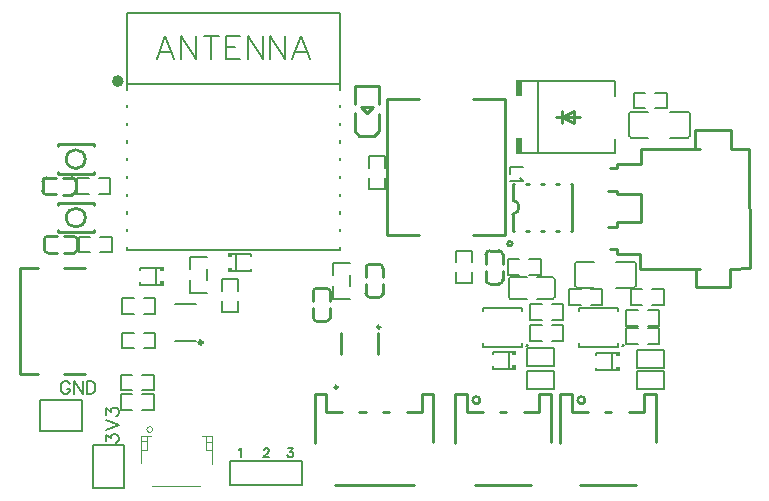
<source format=gto>
G04 Layer: TopSilkscreenLayer*
G04 EasyEDA v6.5.47, 2024-10-31 16:23:14*
G04 d01961b007cd42f0ad862483726119fd,f99730456eb041dfa0a19156df6b2b6d,10*
G04 Gerber Generator version 0.2*
G04 Scale: 100 percent, Rotated: No, Reflected: No *
G04 Dimensions in millimeters *
G04 leading zeros omitted , absolute positions ,4 integer and 5 decimal *
%FSLAX45Y45*%
%MOMM*%

%ADD10C,0.1524*%
%ADD11C,0.2032*%
%ADD12C,0.1530*%
%ADD13C,0.2540*%
%ADD14C,0.1520*%
%ADD15C,0.1500*%
%ADD16C,0.1000*%
%ADD17C,0.2000*%
%ADD18C,0.1200*%
%ADD19C,0.3000*%
%ADD20C,0.5000*%
%ADD21C,0.0135*%

%LPD*%
D10*
X4128515Y-736600D02*
G01*
X4019550Y-736600D01*
X4019550Y-736600D02*
G01*
X4019550Y-798829D01*
X4107688Y-833120D02*
G01*
X4113022Y-843534D01*
X4128515Y-859281D01*
X4019550Y-859281D01*
D11*
X1100363Y365632D02*
G01*
X1026449Y171830D01*
X1100363Y365632D02*
G01*
X1174277Y171830D01*
X1054135Y236346D02*
G01*
X1146591Y236346D01*
X1235237Y365632D02*
G01*
X1235237Y171830D01*
X1235237Y365632D02*
G01*
X1364523Y171830D01*
X1364523Y365632D02*
G01*
X1364523Y171830D01*
X1489999Y365632D02*
G01*
X1489999Y171830D01*
X1425483Y365632D02*
G01*
X1554769Y365632D01*
X1615729Y365632D02*
G01*
X1615729Y171830D01*
X1615729Y365632D02*
G01*
X1735871Y365632D01*
X1615729Y273430D02*
G01*
X1689643Y273430D01*
X1615729Y171830D02*
G01*
X1735871Y171830D01*
X1796831Y365632D02*
G01*
X1796831Y171830D01*
X1796831Y365632D02*
G01*
X1926117Y171830D01*
X1926117Y365632D02*
G01*
X1926117Y171830D01*
X1987077Y365632D02*
G01*
X1987077Y171830D01*
X1987077Y365632D02*
G01*
X2116363Y171830D01*
X2116363Y365632D02*
G01*
X2116363Y171830D01*
X2251237Y365632D02*
G01*
X2177323Y171830D01*
X2251237Y365632D02*
G01*
X2325151Y171830D01*
X2205009Y236346D02*
G01*
X2297211Y236346D01*
D12*
X1727200Y-3134105D02*
G01*
X1734565Y-3130550D01*
X1745487Y-3119628D01*
X1745487Y-3196081D01*
X1933956Y-3137915D02*
G01*
X1933956Y-3134105D01*
X1937765Y-3126994D01*
X1941322Y-3123184D01*
X1948688Y-3119628D01*
X1963165Y-3119628D01*
X1970277Y-3123184D01*
X1974088Y-3126994D01*
X1977643Y-3134105D01*
X1977643Y-3141471D01*
X1974088Y-3148837D01*
X1966722Y-3159760D01*
X1930400Y-3196081D01*
X1981200Y-3196081D01*
X2140965Y-3119628D02*
G01*
X2180843Y-3119628D01*
X2159000Y-3148837D01*
X2169922Y-3148837D01*
X2177288Y-3152394D01*
X2180843Y-3155950D01*
X2184400Y-3166871D01*
X2184400Y-3174237D01*
X2180843Y-3185160D01*
X2173477Y-3192526D01*
X2162809Y-3196081D01*
X2151888Y-3196081D01*
X2140965Y-3192526D01*
X2137156Y-3188715D01*
X2133600Y-3181604D01*
D10*
X595884Y-3062986D02*
G01*
X595884Y-3005836D01*
X637539Y-3037078D01*
X637539Y-3021329D01*
X642620Y-3011170D01*
X647700Y-3005836D01*
X663447Y-3000755D01*
X673862Y-3000755D01*
X689355Y-3005836D01*
X699770Y-3016250D01*
X704850Y-3031744D01*
X704850Y-3047492D01*
X699770Y-3062986D01*
X694689Y-3068320D01*
X684276Y-3073400D01*
X595884Y-2966465D02*
G01*
X704850Y-2924810D01*
X595884Y-2883154D02*
G01*
X704850Y-2924810D01*
X595884Y-2838450D02*
G01*
X595884Y-2781300D01*
X637539Y-2812542D01*
X637539Y-2797047D01*
X642620Y-2786634D01*
X647700Y-2781300D01*
X663447Y-2776220D01*
X673862Y-2776220D01*
X689355Y-2781300D01*
X699770Y-2791713D01*
X704850Y-2807462D01*
X704850Y-2822955D01*
X699770Y-2838450D01*
X694689Y-2843784D01*
X684276Y-2848863D01*
X293878Y-2577592D02*
G01*
X288544Y-2567178D01*
X278129Y-2556763D01*
X267970Y-2551684D01*
X247142Y-2551684D01*
X236728Y-2556763D01*
X226313Y-2567178D01*
X220979Y-2577592D01*
X215900Y-2593339D01*
X215900Y-2619247D01*
X220979Y-2634742D01*
X226313Y-2645155D01*
X236728Y-2655570D01*
X247142Y-2660650D01*
X267970Y-2660650D01*
X278129Y-2655570D01*
X288544Y-2645155D01*
X293878Y-2634742D01*
X293878Y-2619247D01*
X267970Y-2619247D02*
G01*
X293878Y-2619247D01*
X328168Y-2551684D02*
G01*
X328168Y-2660650D01*
X328168Y-2551684D02*
G01*
X400812Y-2660650D01*
X400812Y-2551684D02*
G01*
X400812Y-2660650D01*
X435102Y-2551684D02*
G01*
X435102Y-2660650D01*
X435102Y-2551684D02*
G01*
X471423Y-2551684D01*
X487171Y-2556763D01*
X497586Y-2567178D01*
X502665Y-2577592D01*
X508000Y-2593339D01*
X508000Y-2619247D01*
X502665Y-2634742D01*
X497586Y-2645155D01*
X487171Y-2655570D01*
X471423Y-2660650D01*
X435102Y-2660650D01*
G36*
X1055420Y-1708708D02*
G01*
X1055420Y-1743964D01*
X1085900Y-1743964D01*
X1085900Y-1708708D01*
G37*
G36*
X1055420Y-1583436D02*
G01*
X1055420Y-1618691D01*
X1085900Y-1618691D01*
X1085900Y-1583436D01*
G37*
G36*
X4039920Y-2419908D02*
G01*
X4039920Y-2455164D01*
X4070400Y-2455164D01*
X4070400Y-2419908D01*
G37*
G36*
X4039920Y-2294636D02*
G01*
X4039920Y-2329891D01*
X4070400Y-2329891D01*
X4070400Y-2294636D01*
G37*
G36*
X1631899Y-1469136D02*
G01*
X1631899Y-1504391D01*
X1662379Y-1504391D01*
X1662379Y-1469136D01*
G37*
G36*
X1631899Y-1594408D02*
G01*
X1631899Y-1629664D01*
X1662379Y-1629664D01*
X1662379Y-1594408D01*
G37*
G36*
X4916220Y-2432608D02*
G01*
X4916220Y-2467864D01*
X4946700Y-2467864D01*
X4946700Y-2432608D01*
G37*
G36*
X4916220Y-2307336D02*
G01*
X4916220Y-2342591D01*
X4946700Y-2342591D01*
X4946700Y-2307336D01*
G37*
G36*
X4072788Y-7264D02*
G01*
X4072788Y-140258D01*
X4118508Y-140258D01*
X4118508Y-7264D01*
G37*
G36*
X4072788Y-494741D02*
G01*
X4072788Y-627735D01*
X4118508Y-627735D01*
X4118508Y-494741D01*
G37*
D13*
X2385722Y-1765998D02*
G01*
X2465725Y-1765998D01*
X2354737Y-1876973D02*
G01*
X2354737Y-1796976D01*
X2496703Y-1876973D02*
G01*
X2496703Y-1796976D01*
X2354155Y-1934563D02*
G01*
X2354155Y-2014562D01*
X2385138Y-2045545D02*
G01*
X2465136Y-2045545D01*
X2496116Y-1934563D02*
G01*
X2496116Y-2014562D01*
X2830222Y-1562798D02*
G01*
X2910225Y-1562798D01*
X2799237Y-1673773D02*
G01*
X2799237Y-1593776D01*
X2941203Y-1673773D02*
G01*
X2941203Y-1593776D01*
X2798655Y-1731363D02*
G01*
X2798655Y-1811362D01*
X2829638Y-1842345D02*
G01*
X2909636Y-1842345D01*
X2940616Y-1731363D02*
G01*
X2940616Y-1811362D01*
X3846222Y-1448498D02*
G01*
X3926225Y-1448498D01*
X3815237Y-1559473D02*
G01*
X3815237Y-1479476D01*
X3957203Y-1559473D02*
G01*
X3957203Y-1479476D01*
X3814655Y-1617063D02*
G01*
X3814655Y-1697062D01*
X3845638Y-1728045D02*
G01*
X3925636Y-1728045D01*
X3956616Y-1617063D02*
G01*
X3956616Y-1697062D01*
X354901Y-1357022D02*
G01*
X354901Y-1437025D01*
X243926Y-1326037D02*
G01*
X323923Y-1326037D01*
X243926Y-1468003D02*
G01*
X323923Y-1468003D01*
X186336Y-1325455D02*
G01*
X106337Y-1325455D01*
X75354Y-1356438D02*
G01*
X75354Y-1436436D01*
X186336Y-1467416D02*
G01*
X106337Y-1467416D01*
X342201Y-861722D02*
G01*
X342201Y-941725D01*
X231226Y-830737D02*
G01*
X311223Y-830737D01*
X231226Y-972703D02*
G01*
X311223Y-972703D01*
X173636Y-830155D02*
G01*
X93637Y-830155D01*
X62654Y-861138D02*
G01*
X62654Y-941136D01*
X173636Y-972116D02*
G01*
X93637Y-972116D01*
D10*
X4384819Y-1674939D02*
G01*
X4243819Y-1674939D01*
X4243819Y-1855660D02*
G01*
X4384819Y-1855660D01*
X4400059Y-1840420D02*
G01*
X4400059Y-1690179D01*
X4022580Y-1674939D02*
G01*
X4163580Y-1674939D01*
X4163580Y-1855660D02*
G01*
X4022580Y-1855660D01*
X4007340Y-1840420D02*
G01*
X4007340Y-1690179D01*
D13*
X5880481Y-1600212D02*
G01*
X6047359Y-1597164D01*
X6041516Y-584212D01*
X5887338Y-584212D01*
X4851400Y-1244600D02*
G01*
X4927600Y-1244600D01*
X4927600Y-1206500D01*
X5130800Y-1206500D01*
X5130800Y-965200D01*
X4927600Y-965200D01*
X4927600Y-939800D01*
X4851400Y-939800D01*
X4864100Y-749300D02*
G01*
X4927600Y-749300D01*
X4927600Y-711200D01*
X5130800Y-711200D01*
X5130800Y-584200D01*
X5227700Y-584212D01*
X4864100Y-1435100D02*
G01*
X4927600Y-1435100D01*
X4927600Y-1473200D01*
X5118100Y-1473200D01*
X5118100Y-1600200D01*
X5227700Y-1600212D01*
X5627392Y-584212D02*
G01*
X5227700Y-584212D01*
X5627392Y-1600212D02*
G01*
X5227700Y-1600212D01*
X5588332Y-427212D02*
G01*
X5887410Y-427212D01*
X5590872Y-1757212D02*
G01*
X5880432Y-1757212D01*
X5887410Y-584212D02*
G01*
X5887410Y-427212D01*
X5880432Y-1757212D02*
G01*
X5880432Y-1600212D01*
X5588332Y-584212D02*
G01*
X5588332Y-427212D01*
X5590872Y-1757212D02*
G01*
X5590872Y-1600212D01*
D14*
X887775Y-1591078D02*
G01*
X887775Y-1611701D01*
X887775Y-1736321D02*
G01*
X887775Y-1716699D01*
D10*
X1063020Y-1736321D02*
G01*
X887775Y-1736321D01*
X1063020Y-1591078D02*
G01*
X887775Y-1591078D01*
X1022576Y-1736321D02*
G01*
X1022576Y-1591078D01*
D14*
X3872275Y-2302278D02*
G01*
X3872275Y-2322901D01*
X3872275Y-2447521D02*
G01*
X3872275Y-2427899D01*
D10*
X4047520Y-2447521D02*
G01*
X3872275Y-2447521D01*
X4047520Y-2302278D02*
G01*
X3872275Y-2302278D01*
X4007076Y-2447521D02*
G01*
X4007076Y-2302278D01*
D14*
X1830024Y-1622021D02*
G01*
X1830024Y-1601398D01*
X1830024Y-1476778D02*
G01*
X1830024Y-1496400D01*
D10*
X1654779Y-1476778D02*
G01*
X1830024Y-1476778D01*
X1654779Y-1622021D02*
G01*
X1830024Y-1622021D01*
X1695223Y-1476778D02*
G01*
X1695223Y-1622021D01*
D14*
X4748575Y-2314978D02*
G01*
X4748575Y-2335601D01*
X4748575Y-2460221D02*
G01*
X4748575Y-2440599D01*
D10*
X4923820Y-2460221D02*
G01*
X4748575Y-2460221D01*
X4923820Y-2314978D02*
G01*
X4748575Y-2314978D01*
X4883376Y-2460221D02*
G01*
X4883376Y-2314978D01*
X1358920Y-1903481D02*
G01*
X1181079Y-1903481D01*
X1358920Y-2211318D02*
G01*
X1181079Y-2211318D01*
D13*
X4457700Y-317500D02*
G01*
X4559300Y-368300D01*
X4559300Y-368300D02*
G01*
X4559300Y-266700D01*
X4559300Y-266700D02*
G01*
X4457700Y-317500D01*
X4457700Y-317500D02*
G01*
X4457700Y-368300D01*
X4457700Y-368300D02*
G01*
X4457700Y-266700D01*
X4610100Y-317500D02*
G01*
X4406900Y-317500D01*
D10*
X4110880Y-14876D02*
G01*
X4906119Y-14876D01*
X4110880Y-620123D02*
G01*
X4906119Y-620123D01*
X4258071Y-14876D02*
G01*
X4258071Y-620123D01*
X4906119Y-14876D02*
G01*
X4906119Y-135178D01*
X4906119Y-620123D02*
G01*
X4906119Y-499821D01*
D13*
X3978826Y-3431987D02*
G01*
X4199282Y-3431987D01*
X3978826Y-3431987D02*
G01*
X3725519Y-3431987D01*
X4267309Y-2814792D02*
G01*
X4135513Y-2814792D01*
X4362411Y-2664891D02*
G01*
X4267311Y-2664891D01*
X4267311Y-2664891D02*
G01*
X4267311Y-2814792D01*
X4362414Y-2664891D02*
G01*
X4362414Y-3064278D01*
X3935514Y-2814792D02*
G01*
X3989285Y-2814792D01*
X3784490Y-2814792D02*
G01*
X3789286Y-2814792D01*
X3557602Y-3074266D02*
G01*
X3557602Y-2664891D01*
X3557602Y-2664891D02*
G01*
X3652702Y-2664891D01*
X3652702Y-2814792D01*
X3784490Y-2814792D01*
X4867826Y-3431987D02*
G01*
X5088282Y-3431987D01*
X4867826Y-3431987D02*
G01*
X4614519Y-3431987D01*
X5156309Y-2814792D02*
G01*
X5024513Y-2814792D01*
X5251411Y-2664891D02*
G01*
X5156311Y-2664891D01*
X5156311Y-2664891D02*
G01*
X5156311Y-2814792D01*
X5251414Y-2664891D02*
G01*
X5251414Y-3064278D01*
X4824514Y-2814792D02*
G01*
X4878285Y-2814792D01*
X4673490Y-2814792D02*
G01*
X4678286Y-2814792D01*
X4446602Y-3074266D02*
G01*
X4446602Y-2664891D01*
X4446602Y-2664891D02*
G01*
X4541702Y-2664891D01*
X4541702Y-2814792D01*
X4673490Y-2814792D01*
D11*
X5092700Y-2286000D02*
G01*
X5321300Y-2286000D01*
X5321300Y-2438400D01*
X5092700Y-2438400D01*
X5092700Y-2286000D01*
X5092700Y-2463800D02*
G01*
X5321300Y-2463800D01*
X5321300Y-2616200D01*
X5092700Y-2616200D01*
X5092700Y-2463800D01*
X4165600Y-2463800D02*
G01*
X4394200Y-2463800D01*
X4394200Y-2616200D01*
X4165600Y-2616200D01*
X4165600Y-2463800D01*
X4165600Y-2273300D02*
G01*
X4394200Y-2273300D01*
X4394200Y-2425700D01*
X4165600Y-2425700D01*
X4165600Y-2273300D01*
D13*
X2979798Y-1311597D02*
G01*
X2979800Y-161602D01*
X3979801Y-161602D02*
G01*
X3979799Y-1311597D01*
X3979801Y-161602D02*
G01*
X3707914Y-161602D01*
X3251685Y-161602D02*
G01*
X2979800Y-161602D01*
X2979798Y-1311597D02*
G01*
X3251685Y-1311597D01*
X3707914Y-1311597D02*
G01*
X3979799Y-1311597D01*
D10*
X1456921Y-1498379D02*
G01*
X1311678Y-1498379D01*
X1311678Y-1601541D01*
X1456921Y-1803620D02*
G01*
X1311678Y-1803620D01*
X1311678Y-1700458D01*
X1456921Y-1605460D02*
G01*
X1456921Y-1696539D01*
D13*
X192900Y-1043401D02*
G01*
X492899Y-1043404D01*
X192900Y-1293403D02*
G01*
X492899Y-1293401D01*
X192900Y-1060284D02*
G01*
X192900Y-1043401D01*
X192900Y-1043401D02*
G01*
X492899Y-1043401D01*
X492899Y-1043401D02*
G01*
X492899Y-1060287D01*
X492899Y-1276515D02*
G01*
X492899Y-1293401D01*
X492899Y-1293401D02*
G01*
X192900Y-1293401D01*
X192900Y-1293401D02*
G01*
X192900Y-1277086D01*
X192900Y-548101D02*
G01*
X492899Y-548104D01*
X192900Y-798103D02*
G01*
X492899Y-798101D01*
X192900Y-564984D02*
G01*
X192900Y-548101D01*
X192900Y-548101D02*
G01*
X492899Y-548101D01*
X492899Y-548101D02*
G01*
X492899Y-564987D01*
X492899Y-781215D02*
G01*
X492899Y-798101D01*
X492899Y-798101D02*
G01*
X192900Y-798101D01*
X192900Y-798101D02*
G01*
X192900Y-781786D01*
X3275109Y-2814792D02*
G01*
X3143313Y-2814792D01*
X3275111Y-2664891D02*
G01*
X3275111Y-2814792D01*
X3370211Y-2664891D02*
G01*
X3275111Y-2664891D01*
X3370214Y-2664891D02*
G01*
X3370214Y-3064278D01*
X2786626Y-3431987D02*
G01*
X3207128Y-3431987D01*
X3183257Y-3431987D02*
G01*
X2533319Y-3431987D01*
X2943313Y-2814792D02*
G01*
X2997085Y-2814792D01*
X2743314Y-2814792D02*
G01*
X2797086Y-2814792D01*
X2592290Y-2814792D02*
G01*
X2597086Y-2814792D01*
X2365402Y-3074266D02*
G01*
X2365402Y-2664891D01*
X2365402Y-2664891D02*
G01*
X2460503Y-2664891D01*
X2460503Y-2814792D01*
X2592290Y-2814792D01*
D10*
X2663421Y-1549179D02*
G01*
X2518178Y-1549179D01*
X2518178Y-1652341D01*
X2663421Y-1854420D02*
G01*
X2518178Y-1854420D01*
X2518178Y-1751258D01*
X2663421Y-1656260D02*
G01*
X2663421Y-1747339D01*
D15*
X4122397Y-1930511D02*
G01*
X3792395Y-1930511D01*
X3792395Y-2260513D02*
G01*
X3792395Y-2230826D01*
D16*
X4122397Y-2260513D02*
G01*
X3792395Y-2260513D01*
X4122397Y-1930511D02*
G01*
X3990162Y-1930412D01*
X3792395Y-1930511D01*
D15*
X3792395Y-1930511D02*
G01*
X3792395Y-1959792D01*
X3792395Y-2260513D02*
G01*
X4122397Y-2260513D01*
X4122397Y-2260513D02*
G01*
X4122397Y-2227930D01*
X4122397Y-1963069D02*
G01*
X4122397Y-1930511D01*
X4935197Y-1930511D02*
G01*
X4605195Y-1930511D01*
X4605195Y-2260513D02*
G01*
X4605195Y-2230826D01*
D16*
X4935197Y-2260513D02*
G01*
X4605195Y-2260513D01*
X4935197Y-1930511D02*
G01*
X4802962Y-1930412D01*
X4605195Y-1930511D01*
D15*
X4605195Y-1930511D02*
G01*
X4605195Y-1959792D01*
X4605195Y-2260513D02*
G01*
X4935197Y-2260513D01*
X4935197Y-2260513D02*
G01*
X4935197Y-2227930D01*
X4935197Y-1963069D02*
G01*
X4935197Y-1930511D01*
D17*
X2576400Y-83875D02*
G01*
X2576400Y560710D01*
X776399Y560710D01*
X776399Y-83875D01*
X776399Y-39291D02*
G01*
X2576400Y-39291D01*
X776399Y-1414703D02*
G01*
X776399Y-1439290D01*
X776399Y-1264709D02*
G01*
X776399Y-1283878D01*
X776399Y-1114709D02*
G01*
X776399Y-1133878D01*
X776399Y-964709D02*
G01*
X776399Y-983879D01*
X776399Y-814704D02*
G01*
X776399Y-833876D01*
X776399Y-664702D02*
G01*
X776399Y-683877D01*
X776399Y-514710D02*
G01*
X776399Y-533877D01*
X776399Y-364708D02*
G01*
X776399Y-383877D01*
X776399Y-214708D02*
G01*
X776399Y-233878D01*
X2576400Y-233878D02*
G01*
X2576400Y-214708D01*
X2576400Y-383877D02*
G01*
X2576400Y-364708D01*
X2576400Y-533877D02*
G01*
X2576400Y-514710D01*
X2576400Y-683877D02*
G01*
X2576400Y-664702D01*
X2576400Y-833876D02*
G01*
X2576400Y-814704D01*
X2576400Y-983879D02*
G01*
X2576400Y-964709D01*
X2576400Y-1133878D02*
G01*
X2576400Y-1114709D01*
X2576400Y-1283878D02*
G01*
X2576400Y-1264709D01*
X776399Y-1439290D02*
G01*
X2576400Y-1439290D01*
X2576400Y-1414703D01*
D18*
X1117592Y-3441687D02*
G01*
X990114Y-3441687D01*
X1117592Y-3441687D02*
G01*
X1397342Y-3441687D01*
X1498592Y-3251187D02*
G01*
X1498592Y-3016237D01*
X1408676Y-3016237D01*
X1448549Y-3136125D02*
G01*
X1498592Y-3136125D01*
X1448549Y-3136125D01*
X1448549Y-3066275D02*
G01*
X1498592Y-3066275D01*
X1448549Y-3066275D01*
X1448549Y-3016237D02*
G01*
X1448549Y-3136125D01*
X1448549Y-3016237D01*
X893691Y-3248710D02*
G01*
X893691Y-3013760D01*
X983861Y-3013760D01*
X943729Y-3013760D02*
G01*
X943729Y-3133648D01*
X943729Y-3013760D01*
X943729Y-3063798D02*
G01*
X893691Y-3063798D01*
X943729Y-3063798D01*
X943729Y-3133648D02*
G01*
X893691Y-3133648D01*
X943729Y-3133648D01*
D13*
X4050812Y-879500D02*
G01*
X4042600Y-879500D01*
X4050809Y-1279499D02*
G01*
X4042600Y-1279499D01*
X4542599Y-879500D02*
G01*
X4542599Y-1279499D01*
X4542599Y-1279499D02*
G01*
X4534390Y-1279499D01*
X4431809Y-1279499D02*
G01*
X4407390Y-1279499D01*
X4304809Y-1279499D02*
G01*
X4280390Y-1279499D01*
X4177809Y-1279499D02*
G01*
X4153390Y-1279499D01*
X4542599Y-879500D02*
G01*
X4534387Y-879500D01*
X4431812Y-879500D02*
G01*
X4407387Y-879500D01*
X4304812Y-879500D02*
G01*
X4280387Y-879500D01*
X4177812Y-879500D02*
G01*
X4153387Y-879500D01*
X4042600Y-879500D02*
G01*
X4042600Y-1019500D01*
X4042600Y-1279499D02*
G01*
X4042600Y-1139499D01*
D10*
X5524319Y-271739D02*
G01*
X5375821Y-271739D01*
X5375821Y-490260D02*
G01*
X5524319Y-490260D01*
X5539559Y-475020D02*
G01*
X5539559Y-286979D01*
X5042080Y-271739D02*
G01*
X5190578Y-271739D01*
X5190578Y-490260D02*
G01*
X5042080Y-490260D01*
X5026840Y-475020D02*
G01*
X5026840Y-286979D01*
X5067119Y-1541739D02*
G01*
X4918621Y-1541739D01*
X4918621Y-1760260D02*
G01*
X5067119Y-1760260D01*
X5082359Y-1745020D02*
G01*
X5082359Y-1556979D01*
X4584880Y-1541739D02*
G01*
X4733378Y-1541739D01*
X4733378Y-1760260D02*
G01*
X4584880Y-1760260D01*
X4569640Y-1745020D02*
G01*
X4569640Y-1556979D01*
D13*
X2588209Y-2325199D02*
G01*
X2588209Y-2145197D01*
X2898211Y-2325199D02*
G01*
X2898211Y-2145197D01*
X242643Y-2491699D02*
G01*
X422338Y-2491699D01*
X19329Y-1597700D02*
G01*
X-130944Y-1597700D01*
X-130944Y-2491699D01*
X19329Y-2491699D01*
X422338Y-1597700D02*
G01*
X242643Y-1597700D01*
D12*
X1651000Y-3225800D02*
G01*
X2260600Y-3225800D01*
X2260600Y-3429000D01*
X1651000Y-3429000D01*
X1651000Y-3225800D01*
D13*
X2756700Y-234000D02*
G01*
X2796700Y-273999D01*
X2806700Y-283999D01*
X2816725Y-273999D01*
X2856725Y-234000D01*
X2756700Y-234000D02*
G01*
X2856725Y-234000D01*
X2908427Y-209677D02*
G01*
X2908427Y-54737D01*
X2705227Y-54737D01*
X2705227Y-209677D01*
X2910966Y-288417D02*
G01*
X2910966Y-435737D01*
X2870327Y-476377D01*
X2743327Y-476377D01*
X2705227Y-438277D01*
X2705227Y-285877D01*
D17*
X492300Y-3456599D02*
G01*
X492300Y-3096600D01*
X752299Y-3096600D01*
X752299Y-3456599D01*
X492300Y-3456599D01*
X35900Y-2714800D02*
G01*
X395899Y-2714800D01*
X395899Y-2974799D01*
X35900Y-2974799D01*
X35900Y-2714800D01*
D10*
X820978Y-2664439D02*
G01*
X725091Y-2664439D01*
X725091Y-2796560D01*
X820978Y-2796560D01*
X906221Y-2664439D02*
G01*
X1002108Y-2664439D01*
X1002108Y-2796560D01*
X906221Y-2796560D01*
X820978Y-2499339D02*
G01*
X725091Y-2499339D01*
X725091Y-2631460D01*
X820978Y-2631460D01*
X906221Y-2499339D02*
G01*
X1002108Y-2499339D01*
X1002108Y-2631460D01*
X906221Y-2631460D01*
X833678Y-2143739D02*
G01*
X737791Y-2143739D01*
X737791Y-2275860D01*
X833678Y-2275860D01*
X918921Y-2143739D02*
G01*
X1014808Y-2143739D01*
X1014808Y-2275860D01*
X918921Y-2275860D01*
X918921Y-1983760D02*
G01*
X1014808Y-1983760D01*
X1014808Y-1851639D01*
X918921Y-1851639D01*
X833678Y-1983760D02*
G01*
X737791Y-1983760D01*
X737791Y-1851639D01*
X833678Y-1851639D01*
X550621Y-1463060D02*
G01*
X646508Y-1463060D01*
X646508Y-1330939D01*
X550621Y-1330939D01*
X465378Y-1463060D02*
G01*
X369491Y-1463060D01*
X369491Y-1330939D01*
X465378Y-1330939D01*
X5186121Y-2237760D02*
G01*
X5282008Y-2237760D01*
X5282008Y-2105639D01*
X5186121Y-2105639D01*
X5100878Y-2237760D02*
G01*
X5004991Y-2237760D01*
X5004991Y-2105639D01*
X5100878Y-2105639D01*
X537921Y-967760D02*
G01*
X633808Y-967760D01*
X633808Y-835639D01*
X537921Y-835639D01*
X452678Y-967760D02*
G01*
X356791Y-967760D01*
X356791Y-835639D01*
X452678Y-835639D01*
X4288078Y-2080239D02*
G01*
X4192191Y-2080239D01*
X4192191Y-2212360D01*
X4288078Y-2212360D01*
X4373321Y-2080239D02*
G01*
X4469208Y-2080239D01*
X4469208Y-2212360D01*
X4373321Y-2212360D01*
X1717060Y-1786178D02*
G01*
X1717060Y-1690291D01*
X1584939Y-1690291D01*
X1584939Y-1786178D01*
X1717060Y-1871421D02*
G01*
X1717060Y-1967308D01*
X1584939Y-1967308D01*
X1584939Y-1871421D01*
X5100878Y-1953239D02*
G01*
X5004991Y-1953239D01*
X5004991Y-2085360D01*
X5100878Y-2085360D01*
X5186121Y-1953239D02*
G01*
X5282008Y-1953239D01*
X5282008Y-2085360D01*
X5186121Y-2085360D01*
X4182821Y-1653560D02*
G01*
X4278708Y-1653560D01*
X4278708Y-1521439D01*
X4182821Y-1521439D01*
X4097578Y-1653560D02*
G01*
X4001691Y-1653560D01*
X4001691Y-1521439D01*
X4097578Y-1521439D01*
X3566139Y-1630121D02*
G01*
X3566139Y-1726008D01*
X3698260Y-1726008D01*
X3698260Y-1630121D01*
X3566139Y-1544878D02*
G01*
X3566139Y-1448991D01*
X3698260Y-1448991D01*
X3698260Y-1544878D01*
X5249621Y-243860D02*
G01*
X5345508Y-243860D01*
X5345508Y-111739D01*
X5249621Y-111739D01*
X5164378Y-243860D02*
G01*
X5068491Y-243860D01*
X5068491Y-111739D01*
X5164378Y-111739D01*
X5224221Y-1907560D02*
G01*
X5320108Y-1907560D01*
X5320108Y-1775439D01*
X5224221Y-1775439D01*
X5138978Y-1907560D02*
G01*
X5043091Y-1907560D01*
X5043091Y-1775439D01*
X5138978Y-1775439D01*
X4703521Y-1907560D02*
G01*
X4799408Y-1907560D01*
X4799408Y-1775439D01*
X4703521Y-1775439D01*
X4618278Y-1907560D02*
G01*
X4522391Y-1907560D01*
X4522391Y-1775439D01*
X4618278Y-1775439D01*
X4373321Y-2034560D02*
G01*
X4469208Y-2034560D01*
X4469208Y-1902439D01*
X4373321Y-1902439D01*
X4288078Y-2034560D02*
G01*
X4192191Y-2034560D01*
X4192191Y-1902439D01*
X4288078Y-1902439D01*
X2829539Y-830021D02*
G01*
X2829539Y-925908D01*
X2961660Y-925908D01*
X2961660Y-830021D01*
X2829539Y-744778D02*
G01*
X2829539Y-648891D01*
X2961660Y-648891D01*
X2961660Y-744778D01*
D13*
G75*
G01*
X2385139Y-2045551D02*
G02*
X2354156Y-2014568I0J30983D01*
G75*
G01*
X2496122Y-2014568D02*
G02*
X2465136Y-2045551I-30983J0D01*
G75*
G01*
X2354737Y-1796981D02*
G02*
X2385723Y-1765999I30983J0D01*
G75*
G01*
X2465720Y-1765999D02*
G02*
X2496703Y-1796981I0J-30982D01*
G75*
G01*
X2829639Y-1842351D02*
G02*
X2798656Y-1811368I0J30983D01*
G75*
G01*
X2940622Y-1811368D02*
G02*
X2909636Y-1842351I-30983J0D01*
G75*
G01*
X2799237Y-1593781D02*
G02*
X2830223Y-1562799I30983J0D01*
G75*
G01*
X2910220Y-1562799D02*
G02*
X2941203Y-1593781I0J-30982D01*
G75*
G01*
X3845639Y-1728051D02*
G02*
X3814656Y-1697068I0J30983D01*
G75*
G01*
X3956622Y-1697068D02*
G02*
X3925636Y-1728051I-30983J0D01*
G75*
G01*
X3815237Y-1479481D02*
G02*
X3846223Y-1448499I30983J0D01*
G75*
G01*
X3926220Y-1448499D02*
G02*
X3957203Y-1479481I0J-30982D01*
G75*
G01*
X75349Y-1356439D02*
G02*
X106332Y-1325456I30983J0D01*
G75*
G01*
X106332Y-1467422D02*
G02*
X75349Y-1436436I0J30983D01*
G75*
G01*
X323919Y-1326037D02*
G02*
X354901Y-1357023I0J-30983D01*
G75*
G01*
X354901Y-1437020D02*
G02*
X323919Y-1468003I-30982J0D01*
G75*
G01*
X62649Y-861139D02*
G02*
X93632Y-830156I30983J0D01*
G75*
G01*
X93632Y-972122D02*
G02*
X62649Y-941136I0J30983D01*
G75*
G01*
X311219Y-830737D02*
G02*
X342201Y-861723I0J-30983D01*
G75*
G01*
X342201Y-941720D02*
G02*
X311219Y-972703I-30982J0D01*
D10*
G75*
G01*
X4384820Y-1855660D02*
G03*
X4400060Y-1840420I0J15240D01*
G75*
G01*
X4400060Y-1690180D02*
G03*
X4384820Y-1674940I-15240J0D01*
G75*
G01*
X4022580Y-1855660D02*
G02*
X4007340Y-1840420I0J15240D01*
G75*
G01*
X4007340Y-1690180D02*
G02*
X4022580Y-1674940I15240J0D01*
D18*
G75*
G01*
X994207Y-2962600D02*
G03*
X993912Y-2966402I-25001J25D01*
D13*
G75*
G01*
X4042664Y-1139444D02*
G03*
X4042664Y-1019556I-7293J59944D01*
D10*
G75*
G01*
X5524320Y-490261D02*
G03*
X5539560Y-475021I0J15240D01*
G75*
G01*
X5539560Y-286979D02*
G03*
X5524320Y-271739I-15240J0D01*
G75*
G01*
X5042080Y-490261D02*
G02*
X5026840Y-475021I0J15240D01*
G75*
G01*
X5026840Y-286979D02*
G02*
X5042080Y-271739I15240J0D01*
G75*
G01*
X5067120Y-1760261D02*
G03*
X5082360Y-1745021I0J15240D01*
G75*
G01*
X5082360Y-1556979D02*
G03*
X5067120Y-1541739I-15240J0D01*
G75*
G01*
X4584880Y-1760261D02*
G02*
X4569640Y-1745021I0J15240D01*
G75*
G01*
X4569640Y-1556979D02*
G02*
X4584880Y-1541739I15240J0D01*
D19*
G75*
G01
X1415161Y-2224227D02*
G03X1415161Y-2224227I-15011J0D01*
D13*
G75*
G01
X3765398Y-2714498D02*
G03X3765398Y-2714498I-30988J0D01*
G75*
G01
X4654398Y-2714498D02*
G03X4654398Y-2714498I-30988J0D01*
G75*
G01
X422910Y-1168400D02*
G03X422910Y-1168400I-80010J0D01*
G75*
G01
X422910Y-673100D02*
G03X422910Y-673100I-80010J0D01*
G75*
G01
X2558999Y-2603525D02*
G03X2558999Y-2603525I-12700J0D01*
G75*
G01
X4165549Y-2248510D02*
G03X4165549Y-2248510I-5004J0D01*
G75*
G01
X4978349Y-2248510D02*
G03X4978349Y-2248510I-5004J0D01*
D20*
G75*
G01
X723494Y-12700D02*
G03X723494Y-12700I-24994J0D01*
D13*
G75*
G01
X4037330Y-1389380D02*
G03X4037330Y-1389380I-19050J0D01*
G75*
G01
X2921000Y-2095500D02*
G03X2921000Y-2095500I-12700J0D01*
M02*

</source>
